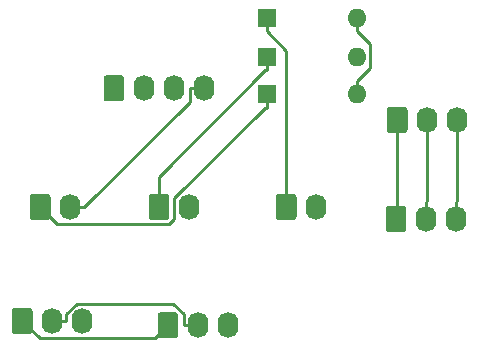
<source format=gbr>
G04 #@! TF.GenerationSoftware,KiCad,Pcbnew,(5.1.5-0-10_14)*
G04 #@! TF.CreationDate,2021-04-18T15:35:27+10:00*
G04 #@! TF.ProjectId,OH - Left Console - 6 - Flight Control Systems Panel ,4f48202d-204c-4656-9674-20436f6e736f,rev?*
G04 #@! TF.SameCoordinates,Original*
G04 #@! TF.FileFunction,Copper,L1,Top*
G04 #@! TF.FilePolarity,Positive*
%FSLAX46Y46*%
G04 Gerber Fmt 4.6, Leading zero omitted, Abs format (unit mm)*
G04 Created by KiCad (PCBNEW (5.1.5-0-10_14)) date 2021-04-18 15:35:27*
%MOMM*%
%LPD*%
G04 APERTURE LIST*
%ADD10O,1.740000X2.200000*%
%ADD11C,0.100000*%
%ADD12O,1.600000X1.600000*%
%ADD13R,1.600000X1.600000*%
%ADD14C,0.250000*%
G04 APERTURE END LIST*
D10*
X108585000Y-118999000D03*
X106045000Y-118999000D03*
G04 #@! TA.AperFunction,ComponentPad*
D11*
G36*
X104149505Y-117900204D02*
G01*
X104173773Y-117903804D01*
X104197572Y-117909765D01*
X104220671Y-117918030D01*
X104242850Y-117928520D01*
X104263893Y-117941132D01*
X104283599Y-117955747D01*
X104301777Y-117972223D01*
X104318253Y-117990401D01*
X104332868Y-118010107D01*
X104345480Y-118031150D01*
X104355970Y-118053329D01*
X104364235Y-118076428D01*
X104370196Y-118100227D01*
X104373796Y-118124495D01*
X104375000Y-118148999D01*
X104375000Y-119849001D01*
X104373796Y-119873505D01*
X104370196Y-119897773D01*
X104364235Y-119921572D01*
X104355970Y-119944671D01*
X104345480Y-119966850D01*
X104332868Y-119987893D01*
X104318253Y-120007599D01*
X104301777Y-120025777D01*
X104283599Y-120042253D01*
X104263893Y-120056868D01*
X104242850Y-120069480D01*
X104220671Y-120079970D01*
X104197572Y-120088235D01*
X104173773Y-120094196D01*
X104149505Y-120097796D01*
X104125001Y-120099000D01*
X102884999Y-120099000D01*
X102860495Y-120097796D01*
X102836227Y-120094196D01*
X102812428Y-120088235D01*
X102789329Y-120079970D01*
X102767150Y-120069480D01*
X102746107Y-120056868D01*
X102726401Y-120042253D01*
X102708223Y-120025777D01*
X102691747Y-120007599D01*
X102677132Y-119987893D01*
X102664520Y-119966850D01*
X102654030Y-119944671D01*
X102645765Y-119921572D01*
X102639804Y-119897773D01*
X102636204Y-119873505D01*
X102635000Y-119849001D01*
X102635000Y-118148999D01*
X102636204Y-118124495D01*
X102639804Y-118100227D01*
X102645765Y-118076428D01*
X102654030Y-118053329D01*
X102664520Y-118031150D01*
X102677132Y-118010107D01*
X102691747Y-117990401D01*
X102708223Y-117972223D01*
X102726401Y-117955747D01*
X102746107Y-117941132D01*
X102767150Y-117928520D01*
X102789329Y-117918030D01*
X102812428Y-117909765D01*
X102836227Y-117903804D01*
X102860495Y-117900204D01*
X102884999Y-117899000D01*
X104125001Y-117899000D01*
X104149505Y-117900204D01*
G37*
G04 #@! TD.AperFunction*
D10*
X108458000Y-127381000D03*
X105918000Y-127381000D03*
G04 #@! TA.AperFunction,ComponentPad*
D11*
G36*
X104022505Y-126282204D02*
G01*
X104046773Y-126285804D01*
X104070572Y-126291765D01*
X104093671Y-126300030D01*
X104115850Y-126310520D01*
X104136893Y-126323132D01*
X104156599Y-126337747D01*
X104174777Y-126354223D01*
X104191253Y-126372401D01*
X104205868Y-126392107D01*
X104218480Y-126413150D01*
X104228970Y-126435329D01*
X104237235Y-126458428D01*
X104243196Y-126482227D01*
X104246796Y-126506495D01*
X104248000Y-126530999D01*
X104248000Y-128231001D01*
X104246796Y-128255505D01*
X104243196Y-128279773D01*
X104237235Y-128303572D01*
X104228970Y-128326671D01*
X104218480Y-128348850D01*
X104205868Y-128369893D01*
X104191253Y-128389599D01*
X104174777Y-128407777D01*
X104156599Y-128424253D01*
X104136893Y-128438868D01*
X104115850Y-128451480D01*
X104093671Y-128461970D01*
X104070572Y-128470235D01*
X104046773Y-128476196D01*
X104022505Y-128479796D01*
X103998001Y-128481000D01*
X102757999Y-128481000D01*
X102733495Y-128479796D01*
X102709227Y-128476196D01*
X102685428Y-128470235D01*
X102662329Y-128461970D01*
X102640150Y-128451480D01*
X102619107Y-128438868D01*
X102599401Y-128424253D01*
X102581223Y-128407777D01*
X102564747Y-128389599D01*
X102550132Y-128369893D01*
X102537520Y-128348850D01*
X102527030Y-128326671D01*
X102518765Y-128303572D01*
X102512804Y-128279773D01*
X102509204Y-128255505D01*
X102508000Y-128231001D01*
X102508000Y-126530999D01*
X102509204Y-126506495D01*
X102512804Y-126482227D01*
X102518765Y-126458428D01*
X102527030Y-126435329D01*
X102537520Y-126413150D01*
X102550132Y-126392107D01*
X102564747Y-126372401D01*
X102581223Y-126354223D01*
X102599401Y-126337747D01*
X102619107Y-126323132D01*
X102640150Y-126310520D01*
X102662329Y-126300030D01*
X102685428Y-126291765D01*
X102709227Y-126285804D01*
X102733495Y-126282204D01*
X102757999Y-126281000D01*
X103998001Y-126281000D01*
X104022505Y-126282204D01*
G37*
G04 #@! TD.AperFunction*
D10*
X75819000Y-126365000D03*
G04 #@! TA.AperFunction,ComponentPad*
D11*
G36*
X73923505Y-125266204D02*
G01*
X73947773Y-125269804D01*
X73971572Y-125275765D01*
X73994671Y-125284030D01*
X74016850Y-125294520D01*
X74037893Y-125307132D01*
X74057599Y-125321747D01*
X74075777Y-125338223D01*
X74092253Y-125356401D01*
X74106868Y-125376107D01*
X74119480Y-125397150D01*
X74129970Y-125419329D01*
X74138235Y-125442428D01*
X74144196Y-125466227D01*
X74147796Y-125490495D01*
X74149000Y-125514999D01*
X74149000Y-127215001D01*
X74147796Y-127239505D01*
X74144196Y-127263773D01*
X74138235Y-127287572D01*
X74129970Y-127310671D01*
X74119480Y-127332850D01*
X74106868Y-127353893D01*
X74092253Y-127373599D01*
X74075777Y-127391777D01*
X74057599Y-127408253D01*
X74037893Y-127422868D01*
X74016850Y-127435480D01*
X73994671Y-127445970D01*
X73971572Y-127454235D01*
X73947773Y-127460196D01*
X73923505Y-127463796D01*
X73899001Y-127465000D01*
X72658999Y-127465000D01*
X72634495Y-127463796D01*
X72610227Y-127460196D01*
X72586428Y-127454235D01*
X72563329Y-127445970D01*
X72541150Y-127435480D01*
X72520107Y-127422868D01*
X72500401Y-127408253D01*
X72482223Y-127391777D01*
X72465747Y-127373599D01*
X72451132Y-127353893D01*
X72438520Y-127332850D01*
X72428030Y-127310671D01*
X72419765Y-127287572D01*
X72413804Y-127263773D01*
X72410204Y-127239505D01*
X72409000Y-127215001D01*
X72409000Y-125514999D01*
X72410204Y-125490495D01*
X72413804Y-125466227D01*
X72419765Y-125442428D01*
X72428030Y-125419329D01*
X72438520Y-125397150D01*
X72451132Y-125376107D01*
X72465747Y-125356401D01*
X72482223Y-125338223D01*
X72500401Y-125321747D01*
X72520107Y-125307132D01*
X72541150Y-125294520D01*
X72563329Y-125284030D01*
X72586428Y-125275765D01*
X72610227Y-125269804D01*
X72634495Y-125266204D01*
X72658999Y-125265000D01*
X73899001Y-125265000D01*
X73923505Y-125266204D01*
G37*
G04 #@! TD.AperFunction*
D10*
X85852000Y-126365000D03*
G04 #@! TA.AperFunction,ComponentPad*
D11*
G36*
X83956505Y-125266204D02*
G01*
X83980773Y-125269804D01*
X84004572Y-125275765D01*
X84027671Y-125284030D01*
X84049850Y-125294520D01*
X84070893Y-125307132D01*
X84090599Y-125321747D01*
X84108777Y-125338223D01*
X84125253Y-125356401D01*
X84139868Y-125376107D01*
X84152480Y-125397150D01*
X84162970Y-125419329D01*
X84171235Y-125442428D01*
X84177196Y-125466227D01*
X84180796Y-125490495D01*
X84182000Y-125514999D01*
X84182000Y-127215001D01*
X84180796Y-127239505D01*
X84177196Y-127263773D01*
X84171235Y-127287572D01*
X84162970Y-127310671D01*
X84152480Y-127332850D01*
X84139868Y-127353893D01*
X84125253Y-127373599D01*
X84108777Y-127391777D01*
X84090599Y-127408253D01*
X84070893Y-127422868D01*
X84049850Y-127435480D01*
X84027671Y-127445970D01*
X84004572Y-127454235D01*
X83980773Y-127460196D01*
X83956505Y-127463796D01*
X83932001Y-127465000D01*
X82691999Y-127465000D01*
X82667495Y-127463796D01*
X82643227Y-127460196D01*
X82619428Y-127454235D01*
X82596329Y-127445970D01*
X82574150Y-127435480D01*
X82553107Y-127422868D01*
X82533401Y-127408253D01*
X82515223Y-127391777D01*
X82498747Y-127373599D01*
X82484132Y-127353893D01*
X82471520Y-127332850D01*
X82461030Y-127310671D01*
X82452765Y-127287572D01*
X82446804Y-127263773D01*
X82443204Y-127239505D01*
X82442000Y-127215001D01*
X82442000Y-125514999D01*
X82443204Y-125490495D01*
X82446804Y-125466227D01*
X82452765Y-125442428D01*
X82461030Y-125419329D01*
X82471520Y-125397150D01*
X82484132Y-125376107D01*
X82498747Y-125356401D01*
X82515223Y-125338223D01*
X82533401Y-125321747D01*
X82553107Y-125307132D01*
X82574150Y-125294520D01*
X82596329Y-125284030D01*
X82619428Y-125275765D01*
X82643227Y-125269804D01*
X82667495Y-125266204D01*
X82691999Y-125265000D01*
X83932001Y-125265000D01*
X83956505Y-125266204D01*
G37*
G04 #@! TD.AperFunction*
D10*
X96647000Y-126365000D03*
G04 #@! TA.AperFunction,ComponentPad*
D11*
G36*
X94751505Y-125266204D02*
G01*
X94775773Y-125269804D01*
X94799572Y-125275765D01*
X94822671Y-125284030D01*
X94844850Y-125294520D01*
X94865893Y-125307132D01*
X94885599Y-125321747D01*
X94903777Y-125338223D01*
X94920253Y-125356401D01*
X94934868Y-125376107D01*
X94947480Y-125397150D01*
X94957970Y-125419329D01*
X94966235Y-125442428D01*
X94972196Y-125466227D01*
X94975796Y-125490495D01*
X94977000Y-125514999D01*
X94977000Y-127215001D01*
X94975796Y-127239505D01*
X94972196Y-127263773D01*
X94966235Y-127287572D01*
X94957970Y-127310671D01*
X94947480Y-127332850D01*
X94934868Y-127353893D01*
X94920253Y-127373599D01*
X94903777Y-127391777D01*
X94885599Y-127408253D01*
X94865893Y-127422868D01*
X94844850Y-127435480D01*
X94822671Y-127445970D01*
X94799572Y-127454235D01*
X94775773Y-127460196D01*
X94751505Y-127463796D01*
X94727001Y-127465000D01*
X93486999Y-127465000D01*
X93462495Y-127463796D01*
X93438227Y-127460196D01*
X93414428Y-127454235D01*
X93391329Y-127445970D01*
X93369150Y-127435480D01*
X93348107Y-127422868D01*
X93328401Y-127408253D01*
X93310223Y-127391777D01*
X93293747Y-127373599D01*
X93279132Y-127353893D01*
X93266520Y-127332850D01*
X93256030Y-127310671D01*
X93247765Y-127287572D01*
X93241804Y-127263773D01*
X93238204Y-127239505D01*
X93237000Y-127215001D01*
X93237000Y-125514999D01*
X93238204Y-125490495D01*
X93241804Y-125466227D01*
X93247765Y-125442428D01*
X93256030Y-125419329D01*
X93266520Y-125397150D01*
X93279132Y-125376107D01*
X93293747Y-125356401D01*
X93310223Y-125338223D01*
X93328401Y-125321747D01*
X93348107Y-125307132D01*
X93369150Y-125294520D01*
X93391329Y-125284030D01*
X93414428Y-125275765D01*
X93438227Y-125269804D01*
X93462495Y-125266204D01*
X93486999Y-125265000D01*
X94727001Y-125265000D01*
X94751505Y-125266204D01*
G37*
G04 #@! TD.AperFunction*
D10*
X89154000Y-136398000D03*
X86614000Y-136398000D03*
G04 #@! TA.AperFunction,ComponentPad*
D11*
G36*
X84718505Y-135299204D02*
G01*
X84742773Y-135302804D01*
X84766572Y-135308765D01*
X84789671Y-135317030D01*
X84811850Y-135327520D01*
X84832893Y-135340132D01*
X84852599Y-135354747D01*
X84870777Y-135371223D01*
X84887253Y-135389401D01*
X84901868Y-135409107D01*
X84914480Y-135430150D01*
X84924970Y-135452329D01*
X84933235Y-135475428D01*
X84939196Y-135499227D01*
X84942796Y-135523495D01*
X84944000Y-135547999D01*
X84944000Y-137248001D01*
X84942796Y-137272505D01*
X84939196Y-137296773D01*
X84933235Y-137320572D01*
X84924970Y-137343671D01*
X84914480Y-137365850D01*
X84901868Y-137386893D01*
X84887253Y-137406599D01*
X84870777Y-137424777D01*
X84852599Y-137441253D01*
X84832893Y-137455868D01*
X84811850Y-137468480D01*
X84789671Y-137478970D01*
X84766572Y-137487235D01*
X84742773Y-137493196D01*
X84718505Y-137496796D01*
X84694001Y-137498000D01*
X83453999Y-137498000D01*
X83429495Y-137496796D01*
X83405227Y-137493196D01*
X83381428Y-137487235D01*
X83358329Y-137478970D01*
X83336150Y-137468480D01*
X83315107Y-137455868D01*
X83295401Y-137441253D01*
X83277223Y-137424777D01*
X83260747Y-137406599D01*
X83246132Y-137386893D01*
X83233520Y-137365850D01*
X83223030Y-137343671D01*
X83214765Y-137320572D01*
X83208804Y-137296773D01*
X83205204Y-137272505D01*
X83204000Y-137248001D01*
X83204000Y-135547999D01*
X83205204Y-135523495D01*
X83208804Y-135499227D01*
X83214765Y-135475428D01*
X83223030Y-135452329D01*
X83233520Y-135430150D01*
X83246132Y-135409107D01*
X83260747Y-135389401D01*
X83277223Y-135371223D01*
X83295401Y-135354747D01*
X83315107Y-135340132D01*
X83336150Y-135327520D01*
X83358329Y-135317030D01*
X83381428Y-135308765D01*
X83405227Y-135302804D01*
X83429495Y-135299204D01*
X83453999Y-135298000D01*
X84694001Y-135298000D01*
X84718505Y-135299204D01*
G37*
G04 #@! TD.AperFunction*
D10*
X76835000Y-136017000D03*
X74295000Y-136017000D03*
G04 #@! TA.AperFunction,ComponentPad*
D11*
G36*
X72399505Y-134918204D02*
G01*
X72423773Y-134921804D01*
X72447572Y-134927765D01*
X72470671Y-134936030D01*
X72492850Y-134946520D01*
X72513893Y-134959132D01*
X72533599Y-134973747D01*
X72551777Y-134990223D01*
X72568253Y-135008401D01*
X72582868Y-135028107D01*
X72595480Y-135049150D01*
X72605970Y-135071329D01*
X72614235Y-135094428D01*
X72620196Y-135118227D01*
X72623796Y-135142495D01*
X72625000Y-135166999D01*
X72625000Y-136867001D01*
X72623796Y-136891505D01*
X72620196Y-136915773D01*
X72614235Y-136939572D01*
X72605970Y-136962671D01*
X72595480Y-136984850D01*
X72582868Y-137005893D01*
X72568253Y-137025599D01*
X72551777Y-137043777D01*
X72533599Y-137060253D01*
X72513893Y-137074868D01*
X72492850Y-137087480D01*
X72470671Y-137097970D01*
X72447572Y-137106235D01*
X72423773Y-137112196D01*
X72399505Y-137115796D01*
X72375001Y-137117000D01*
X71134999Y-137117000D01*
X71110495Y-137115796D01*
X71086227Y-137112196D01*
X71062428Y-137106235D01*
X71039329Y-137097970D01*
X71017150Y-137087480D01*
X70996107Y-137074868D01*
X70976401Y-137060253D01*
X70958223Y-137043777D01*
X70941747Y-137025599D01*
X70927132Y-137005893D01*
X70914520Y-136984850D01*
X70904030Y-136962671D01*
X70895765Y-136939572D01*
X70889804Y-136915773D01*
X70886204Y-136891505D01*
X70885000Y-136867001D01*
X70885000Y-135166999D01*
X70886204Y-135142495D01*
X70889804Y-135118227D01*
X70895765Y-135094428D01*
X70904030Y-135071329D01*
X70914520Y-135049150D01*
X70927132Y-135028107D01*
X70941747Y-135008401D01*
X70958223Y-134990223D01*
X70976401Y-134973747D01*
X70996107Y-134959132D01*
X71017150Y-134946520D01*
X71039329Y-134936030D01*
X71062428Y-134927765D01*
X71086227Y-134921804D01*
X71110495Y-134918204D01*
X71134999Y-134917000D01*
X72375001Y-134917000D01*
X72399505Y-134918204D01*
G37*
G04 #@! TD.AperFunction*
D10*
X87122000Y-116332000D03*
X84582000Y-116332000D03*
X82042000Y-116332000D03*
G04 #@! TA.AperFunction,ComponentPad*
D11*
G36*
X80146505Y-115233204D02*
G01*
X80170773Y-115236804D01*
X80194572Y-115242765D01*
X80217671Y-115251030D01*
X80239850Y-115261520D01*
X80260893Y-115274132D01*
X80280599Y-115288747D01*
X80298777Y-115305223D01*
X80315253Y-115323401D01*
X80329868Y-115343107D01*
X80342480Y-115364150D01*
X80352970Y-115386329D01*
X80361235Y-115409428D01*
X80367196Y-115433227D01*
X80370796Y-115457495D01*
X80372000Y-115481999D01*
X80372000Y-117182001D01*
X80370796Y-117206505D01*
X80367196Y-117230773D01*
X80361235Y-117254572D01*
X80352970Y-117277671D01*
X80342480Y-117299850D01*
X80329868Y-117320893D01*
X80315253Y-117340599D01*
X80298777Y-117358777D01*
X80280599Y-117375253D01*
X80260893Y-117389868D01*
X80239850Y-117402480D01*
X80217671Y-117412970D01*
X80194572Y-117421235D01*
X80170773Y-117427196D01*
X80146505Y-117430796D01*
X80122001Y-117432000D01*
X78881999Y-117432000D01*
X78857495Y-117430796D01*
X78833227Y-117427196D01*
X78809428Y-117421235D01*
X78786329Y-117412970D01*
X78764150Y-117402480D01*
X78743107Y-117389868D01*
X78723401Y-117375253D01*
X78705223Y-117358777D01*
X78688747Y-117340599D01*
X78674132Y-117320893D01*
X78661520Y-117299850D01*
X78651030Y-117277671D01*
X78642765Y-117254572D01*
X78636804Y-117230773D01*
X78633204Y-117206505D01*
X78632000Y-117182001D01*
X78632000Y-115481999D01*
X78633204Y-115457495D01*
X78636804Y-115433227D01*
X78642765Y-115409428D01*
X78651030Y-115386329D01*
X78661520Y-115364150D01*
X78674132Y-115343107D01*
X78688747Y-115323401D01*
X78705223Y-115305223D01*
X78723401Y-115288747D01*
X78743107Y-115274132D01*
X78764150Y-115261520D01*
X78786329Y-115251030D01*
X78809428Y-115242765D01*
X78833227Y-115236804D01*
X78857495Y-115233204D01*
X78881999Y-115232000D01*
X80122001Y-115232000D01*
X80146505Y-115233204D01*
G37*
G04 #@! TD.AperFunction*
D12*
X100076000Y-116840000D03*
D13*
X92456000Y-116840000D03*
D12*
X100076000Y-113665000D03*
D13*
X92456000Y-113665000D03*
D12*
X100076000Y-110363000D03*
D13*
X92456000Y-110363000D03*
D14*
X100076000Y-116840000D02*
X100076000Y-115714700D01*
X100076000Y-110363000D02*
X100076000Y-111488300D01*
X100076000Y-111488300D02*
X101201300Y-112613600D01*
X101201300Y-112613600D02*
X101201300Y-114589400D01*
X101201300Y-114589400D02*
X100076000Y-115714700D01*
X92456000Y-110363000D02*
X92456000Y-111488300D01*
X92456000Y-111488300D02*
X94107000Y-113139300D01*
X94107000Y-113139300D02*
X94107000Y-126365000D01*
X92456000Y-113665000D02*
X92456000Y-114790300D01*
X92456000Y-114790300D02*
X92315300Y-114790300D01*
X92315300Y-114790300D02*
X83312000Y-123793600D01*
X83312000Y-123793600D02*
X83312000Y-126365000D01*
X92456000Y-116840000D02*
X92456000Y-117965300D01*
X92456000Y-117965300D02*
X92315300Y-117965300D01*
X92315300Y-117965300D02*
X84640000Y-125640600D01*
X84640000Y-125640600D02*
X84640000Y-127360100D01*
X84640000Y-127360100D02*
X84187800Y-127812300D01*
X84187800Y-127812300D02*
X74726300Y-127812300D01*
X74726300Y-127812300D02*
X73279000Y-126365000D01*
X75819000Y-126365000D02*
X77014300Y-126365000D01*
X87122000Y-116332000D02*
X85926700Y-116332000D01*
X85926700Y-116332000D02*
X85926700Y-117452600D01*
X85926700Y-117452600D02*
X77014300Y-126365000D01*
X86614000Y-136398000D02*
X85418700Y-136398000D01*
X74295000Y-136017000D02*
X75490300Y-136017000D01*
X75490300Y-136017000D02*
X75490300Y-135419300D01*
X75490300Y-135419300D02*
X76360500Y-134549100D01*
X76360500Y-134549100D02*
X84541000Y-134549100D01*
X84541000Y-134549100D02*
X85418700Y-135426800D01*
X85418700Y-135426800D02*
X85418700Y-136398000D01*
X71755000Y-136017000D02*
X73224800Y-137486800D01*
X73224800Y-137486800D02*
X82985200Y-137486800D01*
X82985200Y-137486800D02*
X84074000Y-136398000D01*
X108458000Y-127381000D02*
X108458000Y-125955700D01*
X108458000Y-125955700D02*
X108585000Y-125828700D01*
X108585000Y-125828700D02*
X108585000Y-118999000D01*
X105918000Y-127381000D02*
X105918000Y-125955700D01*
X105918000Y-125955700D02*
X106045000Y-125828700D01*
X106045000Y-125828700D02*
X106045000Y-118999000D01*
X103378000Y-127381000D02*
X103505000Y-127254000D01*
X103505000Y-127254000D02*
X103505000Y-118999000D01*
M02*

</source>
